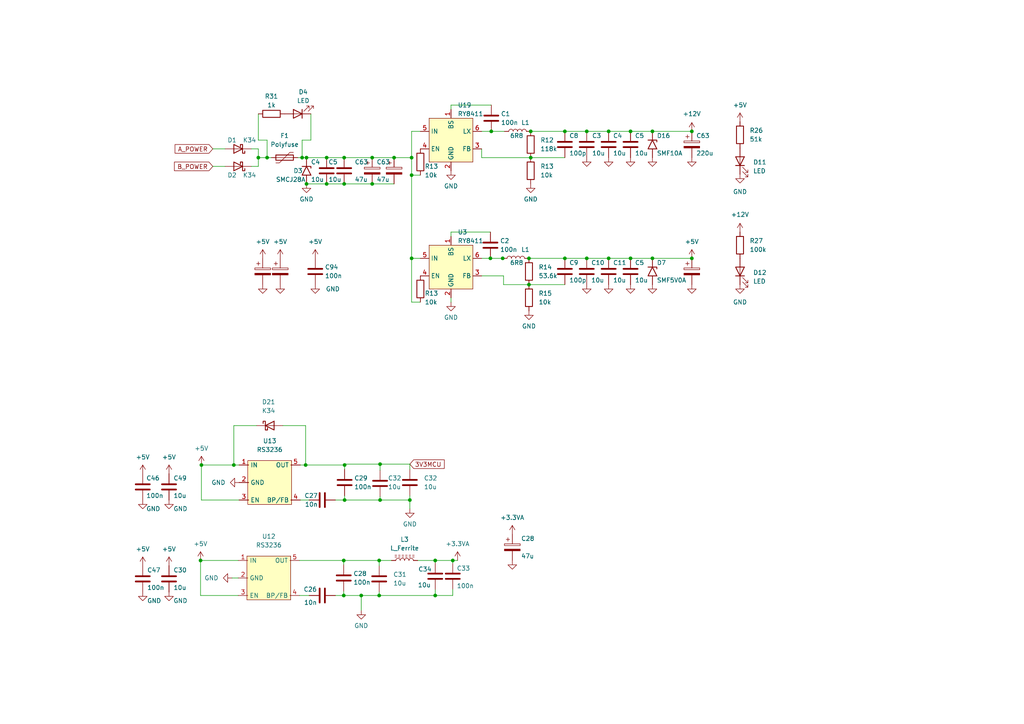
<source format=kicad_sch>
(kicad_sch (version 20230121) (generator eeschema)
  (paper "A4")
  (lib_symbols
    (symbol "0_RM2023:RS3236"
      (property "Reference" "U" (at 0 -10.16 0))
      (property "Value" "RS3236" (at 0 -7.62 0))
      (symbol "RS3236_0_1"
        (rectangle (start -6.35 6.35) (end 6.35 -6.35) (fill (type background)))
      )
      (symbol "RS3236_1_1"
        (pin power_in line (at -8.89 5.08 0) (length 2.794) (name "IN") (number "1"))
        (pin power_in line (at -8.89 0 0) (length 2.794) (name "GND") (number "2"))
        (pin input line (at -8.89 -5.08 0) (length 2.794) (name "EN") (number "3"))
        (pin power_out line (at 8.89 -5.08 180) (length 2.794) (name "BP/FB") (number "4"))
        (pin power_out line (at 8.89 5.08 180) (length 2.794) (name "OUT") (number "5"))
      )
    )
    (symbol "0_RM2023:SY8301"
      (property "Reference" "U" (at 0 0 0))
      (property "Value" "SY8301" (at 0 0 0))
      (symbol "SY8301_0_1"
        (rectangle (start -6.35 6.35) (end 6.35 -6.35) (fill (type background)))
      )
      (symbol "SY8301_1_1"
        (pin input line (at 0 8.89 270) (length 2.54) (name "BS") (number "1"))
        (pin input line (at 0 -8.89 90) (length 2.54) (name "GND") (number "2"))
        (pin input line (at 8.89 -2.54 180) (length 2.54) (name "FB") (number "3"))
        (pin input line (at -8.89 -2.54 0) (length 2.54) (name "EN") (number "4"))
        (pin input line (at -8.89 2.54 0) (length 2.54) (name "IN") (number "5"))
        (pin input line (at 8.89 2.54 180) (length 2.54) (name "LX") (number "6"))
      )
    )
    (symbol "Device:C" (pin_numbers hide) (pin_names (offset 0.254))
      (property "Reference" "C" (at 0.635 2.54 0))
      (property "Value" "C" (at 0.635 -2.54 0))
      (symbol "C_0_1"
        (polyline (pts (xy -2.032 -0.762) (xy 2.032 -0.762)) (stroke (width 0.508)))
        (polyline (pts (xy -2.032 0.762) (xy 2.032 0.762)) (stroke (width 0.508)))
      )
      (symbol "C_1_1"
        (pin passive line (at 0 3.81 270) (length 2.794) (name "~") (number "1"))
        (pin passive line (at 0 -3.81 90) (length 2.794) (name "~") (number "2"))
      )
    )
    (symbol "Device:C_Polarized" (pin_numbers hide) (pin_names (offset 0.254))
      (property "Reference" "C" (at 0.635 2.54 0))
      (property "Value" "C_Polarized" (at 0.635 -2.54 0))
      (symbol "C_Polarized_0_1"
        (rectangle (start -2.286 0.508) (end 2.286 1.016))
        (polyline (pts (xy -1.778 2.286) (xy -0.762 2.286)))
        (polyline (pts (xy -1.27 2.794) (xy -1.27 1.778)))
        (rectangle (start 2.286 -0.508) (end -2.286 -1.016) (fill (type outline)))
      )
      (symbol "C_Polarized_1_1"
        (pin passive line (at 0 3.81 270) (length 2.794) (name "~") (number "1"))
        (pin passive line (at 0 -3.81 90) (length 2.794) (name "~") (number "2"))
      )
    )
    (symbol "Device:D_Schottky" (pin_numbers hide) (pin_names (offset 1.016) hide)
      (property "Reference" "D" (at 0 2.54 0))
      (property "Value" "D_Schottky" (at 0 -2.54 0))
      (symbol "D_Schottky_0_1"
        (polyline (pts (xy 1.27 0) (xy -1.27 0)))
        (polyline (pts (xy 1.27 1.27) (xy 1.27 -1.27) (xy -1.27 0) (xy 1.27 1.27)) (stroke (width 0.254)))
        (polyline (pts (xy -1.905 0.635) (xy -1.905 1.27) (xy -1.27 1.27) (xy -1.27 -1.27) (xy -0.635 -1.27) (xy -0.635 -0.635)) (stroke (width 0.254)))
      )
      (symbol "D_Schottky_1_1"
        (pin passive line (at -3.81 0 0) (length 2.54) (name "K") (number "1"))
        (pin passive line (at 3.81 0 180) (length 2.54) (name "A") (number "2"))
      )
    )
    (symbol "Device:L" (pin_numbers hide) (pin_names (offset 1.016) hide)
      (property "Reference" "L" (at -1.27 0 90))
      (property "Value" "L" (at 1.905 0 90))
      (symbol "L_0_1"
        (arc (start 0 -2.54) (mid 0.6323 -1.905) (end 0 -1.27))
        (arc (start 0 -1.27) (mid 0.6323 -0.635) (end 0 0))
        (arc (start 0 0) (mid 0.6323 0.635) (end 0 1.27))
        (arc (start 0 1.27) (mid 0.6323 1.905) (end 0 2.54))
      )
      (symbol "L_1_1"
        (pin passive line (at 0 3.81 270) (length 1.27) (name "1") (number "1"))
        (pin passive line (at 0 -3.81 90) (length 1.27) (name "2") (number "2"))
      )
    )
    (symbol "Device:LED" (pin_numbers hide) (pin_names (offset 1.016) hide)
      (property "Reference" "D" (at 0 2.54 0))
      (property "Value" "LED" (at 0 -2.54 0))
      (symbol "LED_0_1"
        (polyline (pts (xy -1.27 -1.27) (xy -1.27 1.27)) (stroke (width 0.254)))
        (polyline (pts (xy -1.27 0) (xy 1.27 0)))
        (polyline (pts (xy 1.27 -1.27) (xy 1.27 1.27) (xy -1.27 0) (xy 1.27 -1.27)) (stroke (width 0.254)))
        (polyline (pts (xy -3.048 -0.762) (xy -4.572 -2.286) (xy -3.81 -2.286) (xy -4.572 -2.286) (xy -4.572 -1.524)))
        (polyline (pts (xy -1.778 -0.762) (xy -3.302 -2.286) (xy -2.54 -2.286) (xy -3.302 -2.286) (xy -3.302 -1.524)))
      )
      (symbol "LED_1_1"
        (pin passive line (at -3.81 0 0) (length 2.54) (name "K") (number "1"))
        (pin passive line (at 3.81 0 180) (length 2.54) (name "A") (number "2"))
      )
    )
    (symbol "Device:L_Ferrite" (pin_numbers hide) (pin_names (offset 1.016) hide)
      (property "Reference" "L" (at -1.27 0 90))
      (property "Value" "L_Ferrite" (at 2.794 0 90))
      (symbol "L_Ferrite_0_1"
        (arc (start 0 -2.54) (mid 0.6323 -1.905) (end 0 -1.27))
        (arc (start 0 -1.27) (mid 0.6323 -0.635) (end 0 0))
        (polyline (pts (xy 1.016 -2.794) (xy 1.016 -2.286)))
        (polyline (pts (xy 1.016 -1.778) (xy 1.016 -1.27)))
        (polyline (pts (xy 1.016 -0.762) (xy 1.016 -0.254)))
        (polyline (pts (xy 1.016 0.254) (xy 1.016 0.762)))
        (polyline (pts (xy 1.016 1.27) (xy 1.016 1.778)))
        (polyline (pts (xy 1.016 2.286) (xy 1.016 2.794)))
        (polyline (pts (xy 1.524 -2.286) (xy 1.524 -2.794)))
        (polyline (pts (xy 1.524 -1.27) (xy 1.524 -1.778)))
        (polyline (pts (xy 1.524 -0.254) (xy 1.524 -0.762)))
        (polyline (pts (xy 1.524 0.762) (xy 1.524 0.254)))
        (polyline (pts (xy 1.524 1.778) (xy 1.524 1.27)))
        (polyline (pts (xy 1.524 2.794) (xy 1.524 2.286)))
        (arc (start 0 0) (mid 0.6323 0.635) (end 0 1.27))
        (arc (start 0 1.27) (mid 0.6323 1.905) (end 0 2.54))
      )
      (symbol "L_Ferrite_1_1"
        (pin passive line (at 0 3.81 270) (length 1.27) (name "1") (number "1"))
        (pin passive line (at 0 -3.81 90) (length 1.27) (name "2") (number "2"))
      )
    )
    (symbol "Device:Polyfuse" (pin_numbers hide) (pin_names (offset 0))
      (property "Reference" "F" (at -2.54 0 90))
      (property "Value" "Polyfuse" (at 2.54 0 90))
      (symbol "Polyfuse_0_1"
        (rectangle (start -0.762 2.54) (end 0.762 -2.54) (stroke (width 0.254)))
        (polyline (pts (xy 0 2.54) (xy 0 -2.54)))
        (polyline (pts (xy -1.524 2.54) (xy -1.524 1.524) (xy 1.524 -1.524) (xy 1.524 -2.54)))
      )
      (symbol "Polyfuse_1_1"
        (pin passive line (at 0 3.81 270) (length 1.27) (name "~") (number "1"))
        (pin passive line (at 0 -3.81 90) (length 1.27) (name "~") (number "2"))
      )
    )
    (symbol "Device:R" (pin_numbers hide) (pin_names (offset 0))
      (property "Reference" "R" (at 2.032 0 90))
      (property "Value" "R" (at 0 0 90))
      (symbol "R_0_1"
        (rectangle (start -1.016 -2.54) (end 1.016 2.54) (stroke (width 0.254)))
      )
      (symbol "R_1_1"
        (pin passive line (at 0 3.81 270) (length 1.27) (name "~") (number "1"))
        (pin passive line (at 0 -3.81 90) (length 1.27) (name "~") (number "2"))
      )
    )
    (symbol "Diode:SMF10A" (pin_numbers hide) (pin_names (offset 1.016) hide)
      (property "Reference" "D" (at 0 2.54 0))
      (property "Value" "SMF10A" (at 0 -2.54 0))
      (symbol "SMF10A_0_1"
        (polyline (pts (xy -0.762 1.27) (xy -1.27 1.27) (xy -1.27 -1.27)) (stroke (width 0.254)))
        (polyline (pts (xy 1.27 1.27) (xy 1.27 -1.27) (xy -1.27 0) (xy 1.27 1.27)) (stroke (width 0.254)))
      )
      (symbol "SMF10A_1_1"
        (pin passive line (at -3.81 0 0) (length 2.54) (name "A1") (number "1"))
        (pin passive line (at 3.81 0 180) (length 2.54) (name "A2") (number "2"))
      )
    )
    (symbol "Diode:SMF5V0A" (pin_numbers hide) (pin_names (offset 1.016) hide)
      (property "Reference" "D" (at 0 2.54 0))
      (property "Value" "SMF5V0A" (at 0 -2.54 0))
      (symbol "SMF5V0A_0_1"
        (polyline (pts (xy -0.762 1.27) (xy -1.27 1.27) (xy -1.27 -1.27)) (stroke (width 0.254)))
        (polyline (pts (xy 1.27 1.27) (xy 1.27 -1.27) (xy -1.27 0) (xy 1.27 1.27)) (stroke (width 0.254)))
      )
      (symbol "SMF5V0A_1_1"
        (pin passive line (at -3.81 0 0) (length 2.54) (name "A1") (number "1"))
        (pin passive line (at 3.81 0 180) (length 2.54) (name "A2") (number "2"))
      )
    )
    (symbol "power:+12V" (power) (pin_names (offset 0))
      (property "Value" "+12V" (at 0 3.556 0))
      (symbol "+12V_0_1"
        (polyline (pts (xy -0.762 1.27) (xy 0 2.54)))
        (polyline (pts (xy 0 0) (xy 0 2.54)))
        (polyline (pts (xy 0 2.54) (xy 0.762 1.27)))
      )
      (symbol "+12V_1_1"
        (pin power_in line (at 0 0 90) (length 0) hide (name "+12V") (number "1"))
      )
    )
    (symbol "power:+3.3VA" (power) (pin_names (offset 0))
      (property "Value" "+3.3VA" (at 0 3.556 0))
      (symbol "+3.3VA_0_1"
        (polyline (pts (xy -0.762 1.27) (xy 0 2.54)))
        (polyline (pts (xy 0 0) (xy 0 2.54)))
        (polyline (pts (xy 0 2.54) (xy 0.762 1.27)))
      )
      (symbol "+3.3VA_1_1"
        (pin power_in line (at 0 0 90) (length 0) hide (name "+3.3VA") (number "1"))
      )
    )
    (symbol "power:+5V" (power) (pin_names (offset 0))
      (property "Value" "+5V" (at 0 3.556 0))
      (symbol "+5V_0_1"
        (polyline (pts (xy -0.762 1.27) (xy 0 2.54)))
        (polyline (pts (xy 0 0) (xy 0 2.54)))
        (polyline (pts (xy 0 2.54) (xy 0.762 1.27)))
      )
      (symbol "+5V_1_1"
        (pin power_in line (at 0 0 90) (length 0) hide (name "+5V") (number "1"))
      )
    )
    (symbol "power:GND" (power) (pin_names (offset 0))
      (property "Value" "GND" (at 0 -3.81 0))
      (symbol "GND_0_1"
        (polyline (pts (xy 0 0) (xy 0 -1.27) (xy 1.27 -1.27) (xy 0 -2.54) (xy -1.27 -1.27) (xy 0 -1.27)))
      )
      (symbol "GND_1_1"
        (pin power_in line (at 0 0 270) (length 0) hide (name "GND") (number "1"))
      )
    )
  )
  (junction (at 170.18 38.1))
  (junction (at 99.695 162.56))
  (junction (at 104.775 172.72))
  (junction (at 163.83 38.1))
  (junction (at 131.318 162.56))
  (junction (at 170.18 74.93))
  (junction (at 182.88 38.1))
  (junction (at 153.416 82.55))
  (junction (at 119.38 50.8))
  (junction (at 200.66 74.93))
  (junction (at 87.63 45.72))
  (junction (at 153.416 74.93))
  (junction (at 99.949 145.034))
  (junction (at 153.924 38.1))
  (junction (at 88.646 134.874))
  (junction (at 153.924 45.72))
  (junction (at 119.38 45.72))
  (junction (at 182.88 74.93))
  (junction (at 110.236 145.034))
  (junction (at 99.822 45.72))
  (junction (at 118.872 145.034))
  (junction (at 107.95 45.72))
  (junction (at 94.742 45.72))
  (junction (at 99.822 53.34))
  (junction (at 176.53 38.1))
  (junction (at 126.238 162.56))
  (junction (at 114.3 45.72))
  (junction (at 126.238 172.72))
  (junction (at 58.42 134.874))
  (junction (at 119.38 74.93))
  (junction (at 94.742 53.34))
  (junction (at 189.23 38.1))
  (junction (at 163.83 74.93))
  (junction (at 107.95 53.34))
  (junction (at 77.47 45.72))
  (junction (at 176.53 74.93))
  (junction (at 88.9 45.72))
  (junction (at 142.24 74.93))
  (junction (at 110.236 134.62))
  (junction (at 200.66 38.1))
  (junction (at 145.796 74.93))
  (junction (at 109.982 162.56))
  (junction (at 99.949 134.874))
  (junction (at 88.9 53.34))
  (junction (at 67.818 134.874))
  (junction (at 74.93 45.72))
  (junction (at 109.982 172.72))
  (junction (at 189.23 74.93))
  (junction (at 99.695 172.72))
  (junction (at 58.166 162.56))
  (junction (at 142.494 38.1))
  (wire (pts (xy 74.93 43.18) (xy 72.898 43.18)))
  (wire (pts (xy 74.422 123.444) (xy 67.818 123.444)))
  (wire (pts (xy 176.53 74.93) (xy 182.88 74.93)))
  (wire (pts (xy 119.38 74.93) (xy 119.38 50.8)))
  (wire (pts (xy 118.872 134.62) (xy 118.872 136.144)))
  (wire (pts (xy 58.166 162.56) (xy 69.088 162.56)))
  (wire (pts (xy 142.24 74.93) (xy 139.7 74.93)))
  (wire (pts (xy 107.95 53.34) (xy 114.3 53.34)))
  (wire (pts (xy 86.868 162.56) (xy 99.695 162.56)))
  (wire (pts (xy 87.63 40.64) (xy 87.63 45.72)))
  (wire (pts (xy 82.042 123.444) (xy 88.646 123.444)))
  (wire (pts (xy 99.695 163.83) (xy 99.695 162.56)))
  (wire (pts (xy 97.282 172.72) (xy 99.695 172.72)))
  (wire (pts (xy 88.9 53.34) (xy 94.742 53.34)))
  (wire (pts (xy 126.238 163.322) (xy 126.238 162.56)))
  (wire (pts (xy 88.9 45.72) (xy 87.63 45.72)))
  (wire (pts (xy 110.236 134.62) (xy 118.872 134.62)))
  (wire (pts (xy 139.7 80.01) (xy 146.05 80.01)))
  (wire (pts (xy 67.818 123.444) (xy 67.818 134.874)))
  (wire (pts (xy 130.81 67.31) (xy 142.24 67.31)))
  (wire (pts (xy 67.818 134.874) (xy 69.342 134.874)))
  (wire (pts (xy 163.83 38.1) (xy 170.18 38.1)))
  (wire (pts (xy 130.81 87.63) (xy 130.81 86.36)))
  (wire (pts (xy 126.238 162.56) (xy 131.318 162.56)))
  (wire (pts (xy 61.722 43.18) (xy 65.278 43.18)))
  (wire (pts (xy 170.18 74.93) (xy 176.53 74.93)))
  (wire (pts (xy 139.7 43.18) (xy 139.7 45.72)))
  (wire (pts (xy 121.92 74.93) (xy 119.38 74.93)))
  (wire (pts (xy 118.872 143.764) (xy 118.872 145.034)))
  (wire (pts (xy 104.775 177.038) (xy 104.775 172.72)))
  (wire (pts (xy 58.166 172.72) (xy 69.088 172.72)))
  (wire (pts (xy 182.88 38.1) (xy 189.23 38.1)))
  (wire (pts (xy 130.81 68.58) (xy 130.81 67.31)))
  (wire (pts (xy 182.88 74.93) (xy 189.23 74.93)))
  (wire (pts (xy 88.646 123.444) (xy 88.646 134.874)))
  (wire (pts (xy 131.318 162.56) (xy 132.715 162.56)))
  (wire (pts (xy 74.93 40.64) (xy 77.47 40.64)))
  (wire (pts (xy 87.63 45.72) (xy 86.36 45.72)))
  (wire (pts (xy 89.662 172.72) (xy 86.868 172.72)))
  (wire (pts (xy 121.158 162.56) (xy 126.238 162.56)))
  (wire (pts (xy 119.38 38.1) (xy 121.92 38.1)))
  (wire (pts (xy 99.949 143.764) (xy 99.949 145.034)))
  (wire (pts (xy 110.236 144.018) (xy 110.236 145.034)))
  (wire (pts (xy 58.166 162.56) (xy 58.166 172.72)))
  (wire (pts (xy 131.318 170.942) (xy 131.318 172.72)))
  (wire (pts (xy 99.822 45.72) (xy 107.95 45.72)))
  (wire (pts (xy 109.982 164.084) (xy 109.982 162.56)))
  (wire (pts (xy 77.47 45.72) (xy 78.74 45.72)))
  (wire (pts (xy 94.742 45.72) (xy 99.822 45.72)))
  (wire (pts (xy 146.304 38.1) (xy 142.494 38.1)))
  (wire (pts (xy 109.982 162.56) (xy 113.538 162.56)))
  (wire (pts (xy 94.742 53.34) (xy 99.822 53.34)))
  (wire (pts (xy 58.42 134.874) (xy 67.818 134.874)))
  (wire (pts (xy 77.47 40.64) (xy 77.47 45.72)))
  (wire (pts (xy 90.17 40.64) (xy 87.63 40.64)))
  (wire (pts (xy 126.238 172.72) (xy 131.318 172.72)))
  (wire (pts (xy 67.31 167.64) (xy 69.088 167.64)))
  (wire (pts (xy 99.949 134.62) (xy 99.949 134.874)))
  (wire (pts (xy 99.695 171.45) (xy 99.695 172.72)))
  (wire (pts (xy 139.7 45.72) (xy 153.924 45.72)))
  (wire (pts (xy 170.18 74.93) (xy 163.83 74.93)))
  (wire (pts (xy 176.53 38.1) (xy 182.88 38.1)))
  (wire (pts (xy 74.93 48.26) (xy 72.898 48.26)))
  (wire (pts (xy 119.38 50.8) (xy 121.92 50.8)))
  (wire (pts (xy 145.796 74.93) (xy 142.24 74.93)))
  (wire (pts (xy 110.236 134.62) (xy 110.236 136.398)))
  (wire (pts (xy 146.05 74.93) (xy 145.796 74.93)))
  (wire (pts (xy 109.982 171.704) (xy 109.982 172.72)))
  (wire (pts (xy 126.238 170.942) (xy 126.238 172.72)))
  (wire (pts (xy 99.949 134.62) (xy 110.236 134.62)))
  (wire (pts (xy 153.416 82.55) (xy 163.83 82.55)))
  (wire (pts (xy 90.17 33.02) (xy 90.17 40.64)))
  (wire (pts (xy 99.822 53.34) (xy 107.95 53.34)))
  (wire (pts (xy 99.695 172.72) (xy 104.775 172.72)))
  (wire (pts (xy 99.949 134.874) (xy 99.949 136.144)))
  (wire (pts (xy 110.236 145.034) (xy 118.872 145.034)))
  (wire (pts (xy 58.42 134.874) (xy 58.42 145.034)))
  (wire (pts (xy 74.93 33.02) (xy 74.93 40.64)))
  (wire (pts (xy 107.95 45.72) (xy 114.3 45.72)))
  (wire (pts (xy 74.93 45.72) (xy 74.93 43.18)))
  (wire (pts (xy 58.42 145.034) (xy 69.342 145.034)))
  (wire (pts (xy 146.05 82.55) (xy 153.416 82.55)))
  (wire (pts (xy 118.872 147.574) (xy 118.872 145.034)))
  (wire (pts (xy 153.924 45.72) (xy 163.83 45.72)))
  (wire (pts (xy 130.81 30.48) (xy 142.494 30.48)))
  (wire (pts (xy 74.93 45.72) (xy 74.93 48.26)))
  (wire (pts (xy 87.122 145.034) (xy 89.662 145.034)))
  (wire (pts (xy 87.122 134.874) (xy 88.646 134.874)))
  (wire (pts (xy 119.38 87.63) (xy 119.38 74.93)))
  (wire (pts (xy 99.949 145.034) (xy 110.236 145.034)))
  (wire (pts (xy 114.3 45.72) (xy 119.38 45.72)))
  (wire (pts (xy 99.695 162.56) (xy 109.982 162.56)))
  (wire (pts (xy 61.722 48.26) (xy 65.278 48.26)))
  (wire (pts (xy 170.18 38.1) (xy 176.53 38.1)))
  (wire (pts (xy 99.949 145.034) (xy 97.282 145.034)))
  (wire (pts (xy 104.775 172.72) (xy 109.982 172.72)))
  (wire (pts (xy 74.93 45.72) (xy 77.47 45.72)))
  (wire (pts (xy 88.9 45.72) (xy 94.742 45.72)))
  (wire (pts (xy 130.81 31.75) (xy 130.81 30.48)))
  (wire (pts (xy 189.23 38.1) (xy 200.66 38.1)))
  (wire (pts (xy 153.924 38.1) (xy 163.83 38.1)))
  (wire (pts (xy 189.23 74.93) (xy 200.66 74.93)))
  (wire (pts (xy 153.416 74.93) (xy 163.83 74.93)))
  (wire (pts (xy 121.92 87.63) (xy 119.38 87.63)))
  (wire (pts (xy 119.38 45.72) (xy 119.38 38.1)))
  (wire (pts (xy 88.646 134.874) (xy 99.949 134.874)))
  (wire (pts (xy 146.05 80.01) (xy 146.05 82.55)))
  (wire (pts (xy 142.494 38.1) (xy 139.7 38.1)))
  (wire (pts (xy 119.38 50.8) (xy 119.38 45.72)))
  (wire (pts (xy 131.318 162.56) (xy 131.318 163.322)))
  (wire (pts (xy 109.982 172.72) (xy 126.238 172.72)))
  (global_label "A_POWER" (shape input) (at 61.722 43.18 180) (property "Intersheetrefs" "${INTERSHEET_REFS}" (effects hide)))
  (global_label "3V3MCU" (shape input) (at 118.872 134.62 0) (property "Intersheetrefs" "${INTERSHEET_REFS}" (effects hide)))
  (global_label "B_POWER" (shape input) (at 61.722 48.26 180) (property "Intersheetrefs" "${INTERSHEET_REFS}" (effects hide)))
  (symbol (lib_id "Device:Polyfuse") (at 82.55 45.72 90) (unit 1)
    (property "Reference" "F1" (at 82.55 39.37 90))
    (property "Value" "Polyfuse" (at 82.55 41.91 90))
    (property "Footprint" "Fuse:Fuse_1210_3225Metric_Pad1.42x2.65mm_HandSolder" (effects hide))
  )
  (symbol (lib_id "power:GND") (at 214.63 82.55 0) (unit 1)
    (property "Reference" "#PWR0188" (effects hide))
    (property "Value" "GND" (at 214.63 87.63 0))
    (instances (project "charger_JYC_RM2023_V1.2_control" (path "" (reference "#PWR0188") (unit 1)) (path "" (reference "#PWR023") (unit 1))))
  )
  (symbol (lib_id "0_RM2023:RS3236") (at 77.978 167.64 0) (unit 1)
    (property "Reference" "U12" (at 77.978 155.575 0))
    (property "Value" "RS3236" (at 77.978 158.115 0))
    (property "Footprint" "Package_TO_SOT_SMD:SOT-23-5" (effects hide))
  )
  (symbol (lib_id "power:GND") (at 91.44 82.55 0) (unit 1)
    (property "Reference" "#PWR0263" (effects hide))
    (property "Value" "GND" (at 94.488 83.8199 0) (effects (justify left)))
    (instances (project "charger_JYC_RM2023_V1.2_control" (path "" (reference "#PWR0263") (unit 1)) (path "" (reference "#PWR021") (unit 1))))
  )
  (symbol (lib_id "Device:C") (at 110.236 140.208 0) (unit 1)
    (property "Reference" "C32" (at 112.522 138.684 0) (effects (justify left)))
    (property "Value" "10u" (at 112.522 141.224 0) (effects (justify left)))
    (property "Footprint" "Capacitor_SMD:C_0603_1608Metric" (effects hide))
    (instances (project "charger_JYC_RM2023_V1.2_control" (path "" (reference "C32") (unit 1)) (path "" (reference "C64") (unit 1))))
  )
  (symbol (lib_id "Device:L") (at 149.606 74.93 90) (unit 1)
    (property "Reference" "L1" (at 152.4 72.39 90))
    (property "Value" "6R8" (at 149.86 76.2 90))
    (property "Footprint" "Inductor_SMD:L_Bourns-SRN4018" (effects hide))
    (instances (project "charger_JYC_RM2023_V1.2_control" (path "" (reference "L1") (unit 1)) (path "" (reference "L2") (unit 1))))
  )
  (symbol (lib_id "power:+3.3VA") (at 132.715 162.56 0) (unit 1)
    (property "Reference" "#PWR0115" (effects hide))
    (property "Value" "+3.3VA" (at 132.715 157.734 0))
    (instances (project "charger_JYC_RM2023_V1.2_control" (path "" (reference "#PWR0115") (unit 1)) (path "" (reference "#PWR040") (unit 1))))
  )
  (symbol (lib_id "power:+5V") (at 58.166 162.56 0) (unit 1)
    (property "Reference" "#PWR0121" (effects hide))
    (property "Value" "+5V" (at 58.166 157.734 0))
    (instances (project "charger_JYC_RM2023_V1.2_control" (path "" (reference "#PWR0121") (unit 1)) (path "" (reference "#PWR034") (unit 1))))
  )
  (symbol (lib_id "Device:R") (at 153.924 41.91 0) (unit 1)
    (property "Reference" "R12" (at 156.718 40.6399 0) (effects (justify left)))
    (property "Value" "118k" (at 156.718 43.1799 0) (effects (justify left)))
    (property "Footprint" "Resistor_SMD:R_0603_1608Metric" (effects hide))
  )
  (symbol (lib_id "power:+5V") (at 81.28 74.93 0) (unit 1)
    (property "Reference" "#PWR015" (effects hide))
    (property "Value" "+5V" (at 81.28 70.104 0))
    (instances (project "charger_JYC_RM2023_V1.2_control" (path "" (reference "#PWR015") (unit 1)) (path "" (reference "#PWR057") (unit 1))))
  )
  (symbol (lib_id "power:+12V") (at 214.63 67.31 0) (unit 1)
    (property "Reference" "#PWR0189" (effects hide))
    (property "Value" "+12V" (at 214.63 62.23 0))
    (instances (project "charger_JYC_RM2023_V1.2_control" (path "" (reference "#PWR0189") (unit 1)) (path "" (reference "#PWR022") (unit 1))))
  )
  (symbol (lib_id "Device:C") (at 93.472 172.72 90) (unit 1)
    (property "Reference" "C26" (at 91.948 170.942 90) (effects (justify left)))
    (property "Value" "10n" (at 91.948 174.752 90) (effects (justify left)))
    (property "Footprint" "Capacitor_SMD:C_0603_1608Metric" (effects hide))
    (instances (project "charger_JYC_RM2023_V1.2_control" (path "" (reference "C26") (unit 1)) (path "" (reference "C34") (unit 1))))
  )
  (symbol (lib_id "Device:C") (at 109.982 167.894 0) (unit 1)
    (property "Reference" "C31" (at 114.046 166.6239 0) (effects (justify left)))
    (property "Value" "10u" (at 114.046 169.1639 0) (effects (justify left)))
    (property "Footprint" "Capacitor_SMD:C_0603_1608Metric" (effects hide))
    (instances (project "charger_JYC_RM2023_V1.2_control" (path "" (reference "C31") (unit 1)) (path "" (reference "C63") (unit 1))))
  )
  (symbol (lib_id "Device:C") (at 99.695 167.64 0) (unit 1)
    (property "Reference" "C28" (at 102.489 166.37 0) (effects (justify left)))
    (property "Value" "100n" (at 102.489 168.91 0) (effects (justify left)))
    (property "Footprint" "Capacitor_SMD:C_0603_1608Metric" (effects hide))
    (instances (project "charger_JYC_RM2023_V1.2_control" (path "" (reference "C28") (unit 1)) (path "" (reference "C47") (unit 1))))
  )
  (symbol (lib_id "power:+5V") (at 41.402 137.414 0) (unit 1)
    (property "Reference" "#PWR0200" (effects hide))
    (property "Value" "+5V" (at 41.402 132.588 0))
    (instances (project "charger_JYC_RM2023_V1.2_control" (path "" (reference "#PWR0200") (unit 1)) (path "" (reference "#PWR026") (unit 1))))
  )
  (symbol (lib_id "Device:C") (at 182.88 41.91 0) (unit 1)
    (property "Reference" "C5" (at 184.15 39.37 0) (effects (justify left)))
    (property "Value" "10u" (at 184.15 44.45 0) (effects (justify left)))
    (property "Footprint" "Capacitor_SMD:C_1206_3216Metric" (effects hide))
    (instances (project "charger_JYC_RM2023_V1.2_control" (path "" (reference "C5") (unit 1)) (path "" (reference "C9") (unit 1))))
  )
  (symbol (lib_id "Device:C") (at 126.238 167.132 0) (mirror y) (unit 1)
    (property "Reference" "C34" (at 125.222 165.1 0) (effects (justify left)))
    (property "Value" "10u" (at 124.968 169.672 0) (effects (justify left)))
    (property "Footprint" "Capacitor_SMD:C_0603_1608Metric" (effects hide))
    (instances (project "charger_JYC_RM2023_V1.2_control" (path "" (reference "C34") (unit 1)) (path "" (reference "C93") (unit 1))))
  )
  (symbol (lib_id "Device:C") (at 142.494 34.29 0) (unit 1)
    (property "Reference" "C1" (at 145.288 33.02 0) (effects (justify left)))
    (property "Value" "100n" (at 145.288 35.56 0) (effects (justify left)))
    (property "Footprint" "Capacitor_SMD:C_0603_1608Metric" (effects hide))
  )
  (symbol (lib_id "power:+5V") (at 91.44 74.93 0) (unit 1)
    (property "Reference" "#PWR0264" (effects hide))
    (property "Value" "+5V" (at 91.44 70.104 0))
    (instances (project "charger_JYC_RM2023_V1.2_control" (path "" (reference "#PWR0264") (unit 1)) (path "" (reference "#PWR020") (unit 1))))
  )
  (symbol (lib_id "Device:C") (at 163.83 78.74 0) (unit 1)
    (property "Reference" "C9" (at 165.1 76.2 0) (effects (justify left)))
    (property "Value" "100p" (at 165.1 81.28 0) (effects (justify left)))
    (property "Footprint" "Capacitor_SMD:C_0603_1608Metric" (effects hide))
    (instances (project "charger_JYC_RM2023_V1.2_control" (path "" (reference "C9") (unit 1)) (path "" (reference "C4") (unit 1))))
  )
  (symbol (lib_id "Device:C") (at 163.83 41.91 0) (unit 1)
    (property "Reference" "C8" (at 165.1 39.37 0) (effects (justify left)))
    (property "Value" "100p" (at 165.1 44.45 0) (effects (justify left)))
    (property "Footprint" "Capacitor_SMD:C_0603_1608Metric" (effects hide))
    (instances (project "charger_JYC_RM2023_V1.2_control" (path "" (reference "C8") (unit 1)) (path "" (reference "C3") (unit 1))))
  )
  (symbol (lib_id "Device:LED") (at 86.36 33.02 180) (unit 1)
    (property "Reference" "D4" (at 87.9475 26.67 0))
    (property "Value" "LED" (at 87.9475 29.21 0))
    (property "Footprint" "LED_SMD:LED_0603_1608Metric" (effects hide))
  )
  (symbol (lib_id "Device:L_Ferrite") (at 117.348 162.56 90) (unit 1)
    (property "Reference" "L3" (at 117.348 156.464 90))
    (property "Value" "L_Ferrite" (at 117.348 159.004 90))
    (property "Footprint" "Inductor_SMD:L_0603_1608Metric" (effects hide))
  )
  (symbol (lib_id "power:GND") (at 170.18 45.72 0) (unit 1)
    (property "Reference" "#PWR05" (effects hide))
    (property "Value" "GND" (effects hide))
    (instances (project "charger_JYC_RM2023_V1.2_control" (path "" (reference "#PWR05") (unit 1)) (path "" (reference "#PWR06") (unit 1))))
  )
  (symbol (lib_id "Device:C") (at 118.872 139.954 0) (unit 1)
    (property "Reference" "C32" (at 122.936 138.6839 0) (effects (justify left)))
    (property "Value" "10u" (at 122.936 141.2239 0) (effects (justify left)))
    (property "Footprint" "Capacitor_SMD:C_0603_1608Metric" (effects hide))
    (instances (project "charger_JYC_RM2023_V1.2_control" (path "" (reference "C32") (unit 1)) (path "" (reference "C56") (unit 1))))
  )
  (symbol (lib_id "power:GND") (at 41.402 145.034 0) (unit 1)
    (property "Reference" "#PWR0201" (effects hide))
    (property "Value" "GND" (at 42.418 147.574 0) (effects (justify left)))
    (instances (project "charger_JYC_RM2023_V1.2_control" (path "" (reference "#PWR0201") (unit 1)) (path "" (reference "#PWR027") (unit 1))))
  )
  (symbol (lib_id "power:GND") (at 41.402 171.704 0) (unit 1)
    (property "Reference" "#PWR0197" (effects hide))
    (property "Value" "GND" (at 42.672 174.244 0) (effects (justify left)))
    (instances (project "charger_JYC_RM2023_V1.2_control" (path "" (reference "#PWR0197") (unit 1)) (path "" (reference "#PWR029") (unit 1))))
  )
  (symbol (lib_id "Device:C") (at 170.18 78.74 0) (unit 1)
    (property "Reference" "C10" (at 171.45 76.2 0) (effects (justify left)))
    (property "Value" "10u" (at 171.45 81.28 0) (effects (justify left)))
    (property "Footprint" "Capacitor_SMD:C_1206_3216Metric" (effects hide))
    (instances (project "charger_JYC_RM2023_V1.2_control" (path "" (reference "C10") (unit 1)) (path "" (reference "C6") (unit 1))))
  )
  (symbol (lib_id "power:+5V") (at 214.63 35.306 0) (unit 1)
    (property "Reference" "#PWR0187" (effects hide))
    (property "Value" "+5V" (at 214.63 30.48 0))
    (instances (project "charger_JYC_RM2023_V1.2_control" (path "" (reference "#PWR0187") (unit 1)) (path "" (reference "#PWR024") (unit 1))))
  )
  (symbol (lib_id "Device:C") (at 49.022 167.894 0) (unit 1)
    (property "Reference" "C30" (at 50.292 165.354 0) (effects (justify left)))
    (property "Value" "10u" (at 50.292 170.434 0) (effects (justify left)))
    (property "Footprint" "Capacitor_SMD:C_0603_1608Metric" (effects hide))
    (instances (project "charger_JYC_RM2023_V1.2_control" (path "" (reference "C30") (unit 1)) (path "" (reference "C32") (unit 1))))
  )
  (symbol (lib_id "power:GND") (at 200.66 45.72 0) (unit 1)
    (property "Reference" "#PWR013" (effects hide))
    (property "Value" "GND" (effects hide))
    (instances (project "charger_JYC_RM2023_V1.2_control" (path "" (reference "#PWR013") (unit 1)) (path "" (reference "#PWR014") (unit 1))))
  )
  (symbol (lib_id "Device:R") (at 121.92 46.99 0) (unit 1)
    (property "Reference" "R13" (at 123.19 48.26 0) (effects (justify left)))
    (property "Value" "10k" (at 123.19 50.8 0) (effects (justify left)))
    (property "Footprint" "Resistor_SMD:R_0603_1608Metric" (effects hide))
    (instances (project "charger_JYC_RM2023_V1.2_control" (path "" (reference "R13") (unit 1)) (path "" (reference "R3") (unit 1))))
  )
  (symbol (lib_id "power:GND") (at 153.924 53.34 0) (unit 1)
    (property "Reference" "#PWR04" (effects hide))
    (property "Value" "GND" (at 153.924 57.785 0))
  )
  (symbol (lib_id "power:GND") (at 189.23 82.55 0) (unit 1)
    (property "Reference" "#PWR08" (effects hide))
    (property "Value" "GND" (effects hide))
    (instances (project "charger_JYC_RM2023_V1.2_control" (path "" (reference "#PWR08") (unit 1)) (path "" (reference "#PWR016") (unit 1))))
  )
  (symbol (lib_id "power:GND") (at 189.23 45.72 0) (unit 1)
    (property "Reference" "#PWR08" (effects hide))
    (property "Value" "GND" (effects hide))
    (instances (project "charger_JYC_RM2023_V1.2_control" (path "" (reference "#PWR08") (unit 1)) (path "" (reference "#PWR012") (unit 1))))
  )
  (symbol (lib_id "power:GND") (at 200.66 82.55 0) (unit 1)
    (property "Reference" "#PWR013" (effects hide))
    (property "Value" "GND" (effects hide))
  )
  (symbol (lib_id "0_RM2023:SY8301") (at 130.81 77.47 0) (unit 1)
    (property "Reference" "U3" (at 132.7659 67.31 0) (effects (justify left)))
    (property "Value" "RY8411" (at 132.7659 69.85 0) (effects (justify left)))
    (property "Footprint" "Package_TO_SOT_SMD:SOT-23-6" (effects hide))
    (instances (project "charger_JYC_RM2023_V1.2_control" (path "" (reference "U3") (unit 1)) (path "" (reference "U4") (unit 1))))
  )
  (symbol (lib_id "Device:C") (at 176.53 41.91 0) (unit 1)
    (property "Reference" "C4" (at 177.8 39.37 0) (effects (justify left)))
    (property "Value" "10u" (at 177.8 44.45 0) (effects (justify left)))
    (property "Footprint" "Capacitor_SMD:C_1206_3216Metric" (effects hide))
    (instances (project "charger_JYC_RM2023_V1.2_control" (path "" (reference "C4") (unit 1)) (path "" (reference "C7") (unit 1))))
  )
  (symbol (lib_id "Device:C") (at 99.949 139.954 0) (unit 1)
    (property "Reference" "C29" (at 102.743 138.684 0) (effects (justify left)))
    (property "Value" "100n" (at 102.743 141.224 0) (effects (justify left)))
    (property "Footprint" "Capacitor_SMD:C_0603_1608Metric" (effects hide))
    (instances (project "charger_JYC_RM2023_V1.2_control" (path "" (reference "C29") (unit 1)) (path "" (reference "C49") (unit 1))))
  )
  (symbol (lib_id "0_RM2023:SY8301") (at 130.81 40.64 0) (unit 1)
    (property "Reference" "U19" (at 132.7659 30.48 0) (effects (justify left)))
    (property "Value" "RY8411" (at 132.7659 33.02 0) (effects (justify left)))
    (property "Footprint" "Package_TO_SOT_SMD:SOT-23-6" (effects hide))
    (instances (project "charger_JYC_RM2023_V1.2_control" (path "" (reference "U19") (unit 1)) (path "" (reference "U3") (unit 1))))
  )
  (symbol (lib_id "Device:C") (at 91.44 78.74 0) (unit 1)
    (property "Reference" "C94" (at 94.234 77.47 0) (effects (justify left)))
    (property "Value" "100n" (at 94.234 80.01 0) (effects (justify left)))
    (property "Footprint" "Capacitor_SMD:C_0603_1608Metric" (effects hide))
    (instances (project "charger_JYC_RM2023_V1.2_control" (path "" (reference "C94") (unit 1)) (path "" (reference "C29") (unit 1))))
  )
  (symbol (lib_id "Device:C") (at 93.472 145.034 90) (unit 1)
    (property "Reference" "C27" (at 92.202 143.764 90) (effects (justify left)))
    (property "Value" "10n" (at 92.202 146.304 90) (effects (justify left)))
    (property "Footprint" "Capacitor_SMD:C_0603_1608Metric" (effects hide))
    (instances (project "charger_JYC_RM2023_V1.2_control" (path "" (reference "C27") (unit 1)) (path "" (reference "C46") (unit 1))))
  )
  (symbol (lib_id "power:GND") (at 130.81 87.63 0) (unit 1)
    (property "Reference" "#PWR02" (effects hide))
    (property "Value" "GND" (at 130.81 92.075 0))
    (instances (project "charger_JYC_RM2023_V1.2_control" (path "" (reference "#PWR02") (unit 1)) (path "" (reference "#PWR03") (unit 1))))
  )
  (symbol (lib_id "power:+5V") (at 49.022 137.414 0) (unit 1)
    (property "Reference" "#PWR0198" (effects hide))
    (property "Value" "+5V" (at 49.022 132.588 0))
    (instances (project "charger_JYC_RM2023_V1.2_control" (path "" (reference "#PWR0198") (unit 1)) (path "" (reference "#PWR032") (unit 1))))
  )
  (symbol (lib_id "Diode:SMF10A") (at 88.9 49.53 270) (unit 1)
    (property "Reference" "D3" (at 85.09 49.53 90) (effects (justify left)))
    (property "Value" "SMCJ28A" (at 80.01 52.07 90) (effects (justify left)))
    (property "Footprint" "Diode_SMD:D_SMF" (effects hide))
    (property "Datasheet" "https://www.vishay.com/doc?85881" (effects hide))
  )
  (symbol (lib_id "Device:R") (at 78.74 33.02 90) (unit 1)
    (property "Reference" "R31" (at 78.74 27.94 90))
    (property "Value" "1k" (at 78.74 30.48 90))
    (property "Footprint" "Resistor_SMD:R_0603_1608Metric" (effects hide))
  )
  (symbol (lib_id "Device:C") (at 182.88 78.74 0) (unit 1)
    (property "Reference" "C5" (at 184.15 76.2 0) (effects (justify left)))
    (property "Value" "10u" (at 184.15 81.28 0) (effects (justify left)))
    (property "Footprint" "Capacitor_SMD:C_1206_3216Metric" (effects hide))
    (instances (project "charger_JYC_RM2023_V1.2_control" (path "" (reference "C5") (unit 1)) (path "" (reference "C10") (unit 1))))
  )
  (symbol (lib_id "Device:C_Polarized") (at 200.66 41.91 0) (unit 1)
    (property "Reference" "C63" (at 201.93 39.37 0) (effects (justify left)))
    (property "Value" "220u" (at 201.93 44.45 0) (effects (justify left)))
    (property "Footprint" "Capacitor_THT:CP_Radial_D6.3mm_P2.50mm" (effects hide))
    (instances (project "charger_JYC_RM2023_V1.2_control" (path "" (reference "C63") (unit 1)) (path "" (reference "C26") (unit 1))))
  )
  (symbol (lib_id "power:GND") (at 214.63 50.546 0) (unit 1)
    (property "Reference" "#PWR0190" (effects hide))
    (property "Value" "GND" (at 214.63 55.626 0))
    (instances (project "charger_JYC_RM2023_V1.2_control" (path "" (reference "#PWR0190") (unit 1)) (path "" (reference "#PWR025") (unit 1))))
  )
  (symbol (lib_id "power:GND") (at 49.022 171.704 0) (unit 1)
    (property "Reference" "#PWR0196" (effects hide))
    (property "Value" "GND" (at 50.292 174.244 0) (effects (justify left)))
    (instances (project "charger_JYC_RM2023_V1.2_control" (path "" (reference "#PWR0196") (unit 1)) (path "" (reference "#PWR031") (unit 1))))
  )
  (symbol (lib_id "power:GND") (at 182.88 82.55 0) (unit 1)
    (property "Reference" "#PWR011" (effects hide))
    (property "Value" "GND" (effects hide))
  )
  (symbol (lib_id "power:GND") (at 67.31 167.64 270) (unit 1)
    (property "Reference" "#PWR0125" (effects hide))
    (property "Value" "GND" (at 63.373 167.6399 90) (effects (justify right)))
    (instances (project "charger_JYC_RM2023_V1.2_control" (path "" (reference "#PWR0125") (unit 1)) (path "" (reference "#PWR036") (unit 1))))
  )
  (symbol (lib_id "Device:R") (at 153.416 78.74 0) (unit 1)
    (property "Reference" "R14" (at 156.21 77.4699 0) (effects (justify left)))
    (property "Value" "53.6k" (at 156.21 80.0099 0) (effects (justify left)))
    (property "Footprint" "Resistor_SMD:R_0603_1608Metric" (effects hide))
  )
  (symbol (lib_id "power:GND") (at 118.872 147.574 0) (unit 1)
    (property "Reference" "#PWR0130" (effects hide))
    (property "Value" "GND" (at 118.872 152.019 0))
    (instances (project "charger_JYC_RM2023_V1.2_control" (path "" (reference "#PWR0130") (unit 1)) (path "" (reference "#PWR039") (unit 1))))
  )
  (symbol (lib_id "Diode:SMF10A") (at 189.23 41.91 270) (unit 1)
    (property "Reference" "D16" (at 190.5 39.37 90) (effects (justify left)))
    (property "Value" "SMF10A" (at 190.5 44.45 90) (effects (justify left)))
    (property "Footprint" "Diode_SMD:D_SMF" (effects hide))
    (property "Datasheet" "https://www.vishay.com/doc?85881" (effects hide))
  )
  (symbol (lib_id "Device:C_Polarized") (at 114.3 49.53 0) (unit 1)
    (property "Reference" "C63" (at 109.22 46.99 0) (effects (justify left)))
    (property "Value" "47u" (at 109.22 52.07 0) (effects (justify left)))
    (property "Footprint" "Capacitor_THT:CP_Radial_D6.3mm_P2.50mm" (effects hide))
    (instances (project "charger_JYC_RM2023_V1.2_control" (path "" (reference "C63") (unit 1)) (path "" (reference "C61") (unit 1))))
  )
  (symbol (lib_id "Device:C") (at 131.318 167.132 0) (unit 1)
    (property "Reference" "C33" (at 132.461 164.846 0) (effects (justify left)))
    (property "Value" "100n" (at 132.461 169.926 0) (effects (justify left)))
    (property "Footprint" "Capacitor_SMD:C_0603_1608Metric" (effects hide))
    (instances (project "charger_JYC_RM2023_V1.2_control" (path "" (reference "C33") (unit 1)) (path "" (reference "C94") (unit 1))))
  )
  (symbol (lib_id "power:GND") (at 81.28 82.55 0) (unit 1)
    (property "Reference" "#PWR0265" (effects hide))
    (property "Value" "GND" (effects hide))
    (instances (project "charger_JYC_RM2023_V1.2_control" (path "" (reference "#PWR0265") (unit 1)) (path "" (reference "#PWR058") (unit 1))))
  )
  (symbol (lib_id "power:+12V") (at 200.66 38.1 0) (unit 1)
    (property "Reference" "#PWR03" (effects hide))
    (property "Value" "+12V" (at 200.66 33.02 0))
    (instances (project "charger_JYC_RM2023_V1.2_control" (path "" (reference "#PWR03") (unit 1)) (path "" (reference "#PWR015") (unit 1))))
  )
  (symbol (lib_id "Device:D_Schottky") (at 69.088 48.26 180) (unit 1)
    (property "Reference" "D2" (at 67.31 50.8 0))
    (property "Value" "K34" (at 72.39 50.8 0))
    (property "Footprint" "Diode_SMD:D_SMF" (effects hide))
  )
  (symbol (lib_id "Device:LED") (at 214.63 46.736 90) (unit 1)
    (property "Reference" "D11" (at 218.44 47.0534 90) (effects (justify right)))
    (property "Value" "LED" (at 218.44 49.5934 90) (effects (justify right)))
    (property "Footprint" "LED_SMD:LED_0603_1608Metric" (effects hide))
    (instances (project "charger_JYC_RM2023_V1.2_control" (path "" (reference "D11") (unit 1)) (path "" (reference "D6") (unit 1))))
  )
  (symbol (lib_id "power:+5V") (at 58.42 134.874 0) (unit 1)
    (property "Reference" "#PWR0123" (effects hide))
    (property "Value" "+5V" (at 58.42 130.048 0))
    (instances (project "charger_JYC_RM2023_V1.2_control" (path "" (reference "#PWR0123") (unit 1)) (path "" (reference "#PWR035") (unit 1))))
  )
  (symbol (lib_id "Device:C") (at 94.742 49.53 0) (unit 1)
    (property "Reference" "C4" (at 90.17 46.99 0) (effects (justify left)))
    (property "Value" "10u" (at 90.17 52.07 0) (effects (justify left)))
    (property "Footprint" "Capacitor_SMD:C_1206_3216Metric" (effects hide))
    (instances (project "charger_JYC_RM2023_V1.2_control" (path "" (reference "C4") (unit 1)) (path "" (reference "C53") (unit 1))))
  )
  (symbol (lib_id "Device:R") (at 153.416 86.36 0) (unit 1)
    (property "Reference" "R15" (at 156.21 85.0899 0) (effects (justify left)))
    (property "Value" "10k" (at 156.21 87.6299 0) (effects (justify left)))
    (property "Footprint" "Resistor_SMD:R_0603_1608Metric" (effects hide))
  )
  (symbol (lib_id "power:+5V") (at 200.66 74.93 0) (unit 1)
    (property "Reference" "#PWR015" (effects hide))
    (property "Value" "+5V" (at 200.66 70.104 0))
    (instances (project "charger_JYC_RM2023_V1.2_control" (path "" (reference "#PWR015") (unit 1)) (path "" (reference "#PWR017") (unit 1))))
  )
  (symbol (lib_id "power:GND") (at 153.416 90.17 0) (unit 1)
    (property "Reference" "#PWR016" (effects hide))
    (property "Value" "GND" (at 153.416 94.615 0))
    (instances (project "charger_JYC_RM2023_V1.2_control" (path "" (reference "#PWR016") (unit 1)) (path "" (reference "#PWR05") (unit 1))))
  )
  (symbol (lib_id "Device:C_Polarized") (at 200.66 78.74 0) (unit 1)
    (property "Reference" "C63" (effects hide))
    (property "Value" "680u" (effects hide))
    (property "Footprint" "Capacitor_THT:CP_Radial_D6.3mm_P2.50mm" (effects hide))
    (instances (project "charger_JYC_RM2023_V1.2_control" (path "" (reference "C63") (unit 1)) (path "" (reference "C12") (unit 1))))
  )
  (symbol (lib_id "Device:R") (at 121.92 83.82 0) (unit 1)
    (property "Reference" "R13" (at 123.19 85.09 0) (effects (justify left)))
    (property "Value" "10k" (at 123.19 87.63 0) (effects (justify left)))
    (property "Footprint" "Resistor_SMD:R_0603_1608Metric" (effects hide))
    (instances (project "charger_JYC_RM2023_V1.2_control" (path "" (reference "R13") (unit 1)) (path "" (reference "R4") (unit 1))))
  )
  (symbol (lib_id "power:+5V") (at 76.2 74.93 0) (unit 1)
    (property "Reference" "#PWR015" (effects hide))
    (property "Value" "+5V" (at 76.2 70.104 0))
    (instances (project "charger_JYC_RM2023_V1.2_control" (path "" (reference "#PWR015") (unit 1)) (path "" (reference "#PWR071") (unit 1))))
  )
  (symbol (lib_id "power:GND") (at 182.88 45.72 0) (unit 1)
    (property "Reference" "#PWR07" (effects hide))
    (property "Value" "GND" (effects hide))
    (instances (project "charger_JYC_RM2023_V1.2_control" (path "" (reference "#PWR07") (unit 1)) (path "" (reference "#PWR010") (unit 1))))
  )
  (symbol (lib_id "Device:R") (at 153.924 49.53 0) (unit 1)
    (property "Reference" "R13" (at 156.718 48.2599 0) (effects (justify left)))
    (property "Value" "10k" (at 156.718 50.7999 0) (effects (justify left)))
    (property "Footprint" "Resistor_SMD:R_0603_1608Metric" (effects hide))
  )
  (symbol (lib_id "Device:C") (at 49.022 141.224 0) (unit 1)
    (property "Reference" "C49" (at 50.292 138.684 0) (effects (justify left)))
    (property "Value" "10u" (at 50.292 143.764 0) (effects (justify left)))
    (property "Footprint" "Capacitor_SMD:C_0603_1608Metric" (effects hide))
    (instances (project "charger_JYC_RM2023_V1.2_control" (path "" (reference "C49") (unit 1)) (path "" (reference "C33") (unit 1))))
  )
  (symbol (lib_id "power:GND") (at 170.18 82.55 0) (unit 1)
    (property "Reference" "#PWR010" (effects hide))
    (property "Value" "GND" (effects hide))
    (instances (project "charger_JYC_RM2023_V1.2_control" (path "" (reference "#PWR010") (unit 1)) (path "" (reference "#PWR07") (unit 1))))
  )
  (symbol (lib_id "Device:C") (at 41.402 141.224 0) (unit 1)
    (property "Reference" "C46" (at 42.418 138.684 0) (effects (justify left)))
    (property "Value" "100n" (at 42.418 143.764 0) (effects (justify left)))
    (property "Footprint" "Capacitor_SMD:C_0603_1608Metric" (effects hide))
    (instances (project "charger_JYC_RM2023_V1.2_control" (path "" (reference "C46") (unit 1)) (path "" (reference "C30") (unit 1))))
  )
  (symbol (lib_id "power:+5V") (at 49.022 164.084 0) (unit 1)
    (property "Reference" "#PWR0202" (effects hide))
    (property "Value" "+5V" (at 49.022 159.258 0))
    (instances (project "charger_JYC_RM2023_V1.2_control" (path "" (reference "#PWR0202") (unit 1)) (path "" (reference "#PWR030") (unit 1))))
  )
  (symbol (lib_id "power:+3.3VA") (at 148.59 154.94 0) (unit 1)
    (property "Reference" "#PWR0115" (effects hide))
    (property "Value" "+3.3VA" (at 148.59 150.114 0))
    (instances (project "charger_JYC_RM2023_V1.2_control" (path "" (reference "#PWR0115") (unit 1)) (path "" (reference "#PWR018") (unit 1))))
  )
  (symbol (lib_id "power:GND") (at 88.9 53.34 0) (unit 1)
    (property "Reference" "#PWR0105" (effects hide))
    (property "Value" "GND" (at 88.9 57.785 0))
    (instances (project "charger_JYC_RM2023_V1.2_control" (path "" (reference "#PWR0105") (unit 1)) (path "" (reference "#PWR01") (unit 1))))
  )
  (symbol (lib_id "power:+5V") (at 41.402 164.084 0) (unit 1)
    (property "Reference" "#PWR0203" (effects hide))
    (property "Value" "+5V" (at 41.402 159.258 0))
    (instances (project "charger_JYC_RM2023_V1.2_control" (path "" (reference "#PWR0203") (unit 1)) (path "" (reference "#PWR028") (unit 1))))
  )
  (symbol (lib_id "Device:LED") (at 214.63 78.74 90) (unit 1)
    (property "Reference" "D12" (at 218.44 79.0574 90) (effects (justify right)))
    (property "Value" "LED" (at 218.44 81.5974 90) (effects (justify right)))
    (property "Footprint" "LED_SMD:LED_0603_1608Metric" (effects hide))
    (instances (project "charger_JYC_RM2023_V1.2_control" (path "" (reference "D12") (unit 1)) (path "" (reference "D5") (unit 1))))
  )
  (symbol (lib_id "Device:C") (at 170.18 41.91 0) (unit 1)
    (property "Reference" "C3" (at 171.704 39.37 0) (effects (justify left)))
    (property "Value" "10u" (at 171.704 44.45 0) (effects (justify left)))
    (property "Footprint" "Capacitor_SMD:C_1206_3216Metric" (effects hide))
    (instances (project "charger_JYC_RM2023_V1.2_control" (path "" (reference "C3") (unit 1)) (path "" (reference "C5") (unit 1))))
  )
  (symbol (lib_id "power:GND") (at 130.81 49.53 0) (unit 1)
    (property "Reference" "#PWR01" (effects hide))
    (property "Value" "GND" (at 130.81 53.975 0))
    (instances (project "charger_JYC_RM2023_V1.2_control" (path "" (reference "#PWR01") (unit 1)) (path "" (reference "#PWR02") (unit 1))))
  )
  (symbol (lib_id "Device:R") (at 214.63 71.12 0) (unit 1)
    (property "Reference" "R27" (at 217.424 69.8499 0) (effects (justify left)))
    (property "Value" "100k" (at 217.424 72.3899 0) (effects (justify left)))
    (property "Footprint" "Resistor_SMD:R_0603_1608Metric" (effects hide))
    (instances (project "charger_JYC_RM2023_V1.2_control" (path "" (reference "R27") (unit 1)) (path "" (reference "R26") (unit 1))))
  )
  (symbol (lib_id "Device:C") (at 41.402 167.894 0) (unit 1)
    (property "Reference" "C47" (at 42.672 165.354 0) (effects (justify left)))
    (property "Value" "100n" (at 42.672 170.434 0) (effects (justify left)))
    (property "Footprint" "Capacitor_SMD:C_0603_1608Metric" (effects hide))
    (instances (project "charger_JYC_RM2023_V1.2_control" (path "" (reference "C47") (unit 1)) (path "" (reference "C31") (unit 1))))
  )
  (symbol (lib_id "Device:C_Polarized") (at 81.28 78.74 0) (unit 1)
    (property "Reference" "C13" (effects hide))
    (property "Value" "47u" (effects hide))
    (property "Footprint" "Capacitor_Tantalum_SMD:CP_EIA-3216-18_Kemet-A" (effects hide))
  )
  (symbol (lib_id "power:GND") (at 69.342 139.954 270) (unit 1)
    (property "Reference" "#PWR0124" (effects hide))
    (property "Value" "GND" (at 65.405 139.9539 90) (effects (justify right)))
    (instances (project "charger_JYC_RM2023_V1.2_control" (path "" (reference "#PWR0124") (unit 1)) (path "" (reference "#PWR037") (unit 1))))
  )
  (symbol (lib_id "Device:C") (at 142.24 71.12 0) (unit 1)
    (property "Reference" "C2" (at 145.034 69.85 0) (effects (justify left)))
    (property "Value" "100n" (at 145.034 72.39 0) (effects (justify left)))
    (property "Footprint" "Capacitor_SMD:C_0603_1608Metric" (effects hide))
  )
  (symbol (lib_id "Device:C_Polarized") (at 107.95 49.53 0) (unit 1)
    (property "Reference" "C63" (at 102.87 46.99 0) (effects (justify left)))
    (property "Value" "47u" (at 102.87 52.07 0) (effects (justify left)))
    (property "Footprint" "Capacitor_THT:CP_Radial_D6.3mm_P2.50mm" (effects hide))
    (instances (project "charger_JYC_RM2023_V1.2_control" (path "" (reference "C63") (unit 1)) (path "" (reference "C60") (unit 1))))
  )
  (symbol (lib_id "power:GND") (at 176.53 82.55 0) (unit 1)
    (property "Reference" "#PWR011" (effects hide))
    (property "Value" "GND" (effects hide))
    (instances (project "charger_JYC_RM2023_V1.2_control" (path "" (reference "#PWR011") (unit 1)) (path "" (reference "#PWR09") (unit 1))))
  )
  (symbol (lib_id "power:GND") (at 49.022 145.034 0) (unit 1)
    (property "Reference" "#PWR0199" (effects hide))
    (property "Value" "GND" (at 50.292 147.574 0) (effects (justify left)))
    (instances (project "charger_JYC_RM2023_V1.2_control" (path "" (reference "#PWR0199") (unit 1)) (path "" (reference "#PWR033") (unit 1))))
  )
  (symbol (lib_id "Device:C_Polarized") (at 76.2 78.74 0) (unit 1)
    (property "Reference" "C48" (effects hide))
    (property "Value" "47u" (effects hide))
    (property "Footprint" "Capacitor_Tantalum_SMD:CP_EIA-3216-18_Kemet-A" (effects hide))
  )
  (symbol (lib_id "power:GND") (at 148.59 162.56 0) (unit 1)
    (property "Reference" "#PWR0265" (effects hide))
    (property "Value" "GND" (effects hide))
    (instances (project "charger_JYC_RM2023_V1.2_control" (path "" (reference "#PWR0265") (unit 1)) (path "" (reference "#PWR019") (unit 1))))
  )
  (symbol (lib_id "Device:C_Polarized") (at 148.59 158.75 0) (unit 1)
    (property "Reference" "C28" (at 151.13 156.21 0) (effects (justify left)))
    (property "Value" "47u" (at 151.13 161.29 0) (effects (justify left)))
    (property "Footprint" "Capacitor_Tantalum_SMD:CP_EIA-3216-18_Kemet-A" (effects hide))
  )
  (symbol (lib_id "Device:R") (at 214.63 39.116 0) (unit 1)
    (property "Reference" "R26" (at 217.424 37.8459 0) (effects (justify left)))
    (property "Value" "51k" (at 217.424 40.3859 0) (effects (justify left)))
    (property "Footprint" "Resistor_SMD:R_0603_1608Metric" (effects hide))
    (instances (project "charger_JYC_RM2023_V1.2_control" (path "" (reference "R26") (unit 1)) (path "" (reference "R27") (unit 1))))
  )
  (symbol (lib_id "0_RM2023:RS3236") (at 78.232 139.954 0) (unit 1)
    (property "Reference" "U13" (at 78.232 127.889 0))
    (property "Value" "RS3236" (at 78.232 130.429 0))
    (property "Footprint" "Package_TO_SOT_SMD:SOT-23-5" (effects hide))
  )
  (symbol (lib_id "power:GND") (at 176.53 45.72 0) (unit 1)
    (property "Reference" "#PWR06" (effects hide))
    (property "Value" "GND" (effects hide))
    (instances (project "charger_JYC_RM2023_V1.2_control" (path "" (reference "#PWR06") (unit 1)) (path "" (reference "#PWR08") (unit 1))))
  )
  (symbol (lib_id "Device:D_Schottky") (at 69.088 43.18 180) (unit 1)
    (property "Reference" "D1" (at 67.31 40.64 0))
    (property "Value" "K34" (at 72.39 40.64 0))
    (property "Footprint" "Diode_SMD:D_SMF" (effects hide))
  )
  (symbol (lib_id "Diode:SMF5V0A") (at 189.23 78.74 270) (unit 1)
    (property "Reference" "D7" (at 190.5 76.2 90) (effects (justify left)))
    (property "Value" "SMF5V0A" (at 190.5 81.28 90) (effects (justify left)))
    (property "Footprint" "Diode_SMD:D_SMF" (effects hide))
    (property "Datasheet" "https://www.vishay.com/doc?85881" (effects hide))
  )
  (symbol (lib_id "Device:L") (at 150.114 38.1 90) (unit 1)
    (property "Reference" "L1" (at 152.4 35.56 90))
    (property "Value" "6R8" (at 149.86 39.37 90))
    (property "Footprint" "Inductor_SMD:L_Bourns-SRN4018" (effects hide))
  )
  (symbol (lib_id "Device:C") (at 99.822 49.53 0) (unit 1)
    (property "Reference" "C5" (at 95.25 46.99 0) (effects (justify left)))
    (property "Value" "10u" (at 95.25 52.07 0) (effects (justify left)))
    (property "Footprint" "Capacitor_SMD:C_1206_3216Metric" (effects hide))
    (instances (project "charger_JYC_RM2023_V1.2_control" (path "" (reference "C5") (unit 1)) (path "" (reference "C57") (unit 1))))
  )
  (symbol (lib_id "Device:D_Schottky") (at 78.232 123.444 0) (unit 1)
    (property "Reference" "D21" (at 77.9145 116.586 0))
    (property "Value" "K34" (at 77.9145 119.126 0))
    (property "Footprint" "Diode_SMD:D_SMF" (effects hide))
    (instances (project "charger_JYC_RM2023_V1.2_control" (path "" (reference "D21") (unit 1)) (path "" (reference "D11") (unit 1))))
  )
  (symbol (lib_id "power:GND") (at 104.775 177.038 0) (unit 1)
    (property "Reference" "#PWR0113" (effects hide))
    (property "Value" "GND" (at 104.775 181.483 0))
    (instances (project "charger_JYC_RM2023_V1.2_control" (path "" (reference "#PWR0113") (unit 1)) (path "" (reference "#PWR038") (unit 1))))
  )
  (symbol (lib_id "Device:C") (at 176.53 78.74 0) (unit 1)
    (property "Reference" "C11" (at 177.8 76.2 0) (effects (justify left)))
    (property "Value" "10u" (at 177.8 81.28 0) (effects (justify left)))
    (property "Footprint" "Capacitor_SMD:C_1206_3216Metric" (effects hide))
    (instances (project "charger_JYC_RM2023_V1.2_control" (path "" (reference "C11") (unit 1)) (path "" (reference "C8") (unit 1))))
  )
  (symbol (lib_id "power:GND") (at 76.2 82.55 0) (unit 1)
    (property "Reference" "#PWR0265" (effects hide))
    (property "Value" "GND" (effects hide))
    (instances (project "charger_JYC_RM2023_V1.2_control" (path "" (reference "#PWR0265") (unit 1)) (path "" (reference "#PWR072") (unit 1))))
  )
)
</source>
